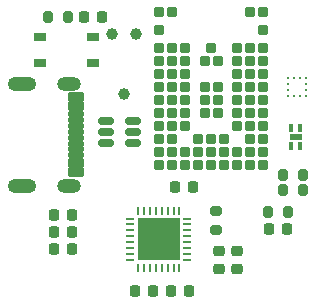
<source format=gts>
G04 #@! TF.GenerationSoftware,KiCad,Pcbnew,8.0.6*
G04 #@! TF.CreationDate,2025-05-06T14:47:19+02:00*
G04 #@! TF.ProjectId,nRF5340,6e524635-3334-4302-9e6b-696361645f70,rev?*
G04 #@! TF.SameCoordinates,Original*
G04 #@! TF.FileFunction,Soldermask,Top*
G04 #@! TF.FilePolarity,Negative*
%FSLAX46Y46*%
G04 Gerber Fmt 4.6, Leading zero omitted, Abs format (unit mm)*
G04 Created by KiCad (PCBNEW 8.0.6) date 2025-05-06 14:47:19*
%MOMM*%
%LPD*%
G01*
G04 APERTURE LIST*
G04 Aperture macros list*
%AMRoundRect*
0 Rectangle with rounded corners*
0 $1 Rounding radius*
0 $2 $3 $4 $5 $6 $7 $8 $9 X,Y pos of 4 corners*
0 Add a 4 corners polygon primitive as box body*
4,1,4,$2,$3,$4,$5,$6,$7,$8,$9,$2,$3,0*
0 Add four circle primitives for the rounded corners*
1,1,$1+$1,$2,$3*
1,1,$1+$1,$4,$5*
1,1,$1+$1,$6,$7*
1,1,$1+$1,$8,$9*
0 Add four rect primitives between the rounded corners*
20,1,$1+$1,$2,$3,$4,$5,0*
20,1,$1+$1,$4,$5,$6,$7,0*
20,1,$1+$1,$6,$7,$8,$9,0*
20,1,$1+$1,$8,$9,$2,$3,0*%
G04 Aperture macros list end*
%ADD10RoundRect,0.225000X0.225000X0.250000X-0.225000X0.250000X-0.225000X-0.250000X0.225000X-0.250000X0*%
%ADD11RoundRect,0.200000X-0.200000X-0.275000X0.200000X-0.275000X0.200000X0.275000X-0.200000X0.275000X0*%
%ADD12RoundRect,0.225000X-0.250000X0.225000X-0.250000X-0.225000X0.250000X-0.225000X0.250000X0.225000X0*%
%ADD13RoundRect,0.225000X-0.225000X-0.250000X0.225000X-0.250000X0.225000X0.250000X-0.225000X0.250000X0*%
%ADD14R,0.254000X0.762000*%
%ADD15R,0.762000X0.254000*%
%ADD16R,3.606800X3.606800*%
%ADD17RoundRect,0.218750X0.218750X0.256250X-0.218750X0.256250X-0.218750X-0.256250X0.218750X-0.256250X0*%
%ADD18R,0.990600X0.711200*%
%ADD19RoundRect,0.102000X0.300000X-0.300000X0.300000X0.300000X-0.300000X0.300000X-0.300000X-0.300000X0*%
%ADD20RoundRect,0.200000X0.200000X0.275000X-0.200000X0.275000X-0.200000X-0.275000X0.200000X-0.275000X0*%
%ADD21RoundRect,0.200000X0.275000X-0.200000X0.275000X0.200000X-0.275000X0.200000X-0.275000X-0.200000X0*%
%ADD22RoundRect,0.218750X-0.218750X-0.256250X0.218750X-0.256250X0.218750X0.256250X-0.218750X0.256250X0*%
%ADD23RoundRect,0.102000X-0.575000X0.300000X-0.575000X-0.300000X0.575000X-0.300000X0.575000X0.300000X0*%
%ADD24RoundRect,0.102000X-0.575000X0.150000X-0.575000X-0.150000X0.575000X-0.150000X0.575000X0.150000X0*%
%ADD25O,2.004000X1.204000*%
%ADD26O,2.404000X1.204000*%
%ADD27R,0.304800X0.711200*%
%ADD28R,1.092200X0.508000*%
%ADD29R,0.254000X0.279400*%
%ADD30R,0.279400X0.254000*%
%ADD31RoundRect,0.150000X-0.512500X-0.150000X0.512500X-0.150000X0.512500X0.150000X-0.512500X0.150000X0*%
%ADD32C,0.990600*%
G04 APERTURE END LIST*
D10*
X172800001Y-69900000D03*
X171249999Y-69900000D03*
D11*
X170775000Y-51750000D03*
X172425000Y-51750000D03*
D12*
X186730000Y-71534999D03*
X186730000Y-73085001D03*
D13*
X173774999Y-51750000D03*
X175325001Y-51750000D03*
D14*
X178390000Y-72971400D03*
X178890000Y-72971404D03*
X179389998Y-72971399D03*
X179889999Y-72971401D03*
X180390002Y-72971399D03*
X180890000Y-72971400D03*
X181389998Y-72971400D03*
X181889998Y-72971400D03*
D15*
X182565699Y-72295699D03*
X182565703Y-71795699D03*
X182565698Y-71295701D03*
X182565700Y-70795700D03*
X182565698Y-70295697D03*
X182565699Y-69795699D03*
X182565699Y-69295701D03*
X182565699Y-68795701D03*
D14*
X181889998Y-68120000D03*
X181389998Y-68119996D03*
X180890000Y-68120001D03*
X180389999Y-68119999D03*
X179889996Y-68120001D03*
X179389998Y-68120000D03*
X178890000Y-68120000D03*
X178390000Y-68120000D03*
D15*
X177714299Y-68795701D03*
X177714295Y-69295701D03*
X177714300Y-69795699D03*
X177714298Y-70295700D03*
X177714300Y-70795703D03*
X177714299Y-71295701D03*
X177714299Y-71795699D03*
X177714299Y-72295699D03*
D16*
X180139999Y-70545700D03*
D17*
X182717502Y-74939999D03*
X181142498Y-74940001D03*
D18*
X174550001Y-55599999D03*
X170049998Y-55599999D03*
X174550002Y-53450001D03*
X170049999Y-53450001D03*
D12*
X185230000Y-71514999D03*
X185230000Y-73065001D03*
D11*
X190700000Y-66400000D03*
X192350000Y-66400000D03*
X190700000Y-65075000D03*
X192350000Y-65075000D03*
D19*
X188975006Y-64224999D03*
X187875005Y-64225000D03*
X186775003Y-64224997D03*
X185675004Y-64225000D03*
X184575005Y-64225003D03*
X183475004Y-64225000D03*
X182375002Y-64225001D03*
X181275004Y-64225001D03*
X180175004Y-64224998D03*
X188975004Y-63125000D03*
X187875004Y-63125004D03*
X186775004Y-63125000D03*
X185675004Y-63125002D03*
X184575004Y-63125000D03*
X183475006Y-63125002D03*
X182375004Y-63125000D03*
X181275003Y-63124999D03*
X180175004Y-63125000D03*
X188975003Y-62025001D03*
X187875004Y-62025001D03*
X185675004Y-62025000D03*
X184575000Y-62025000D03*
X183475004Y-62025000D03*
X181275003Y-62025000D03*
X180175000Y-62025000D03*
X188975004Y-60925000D03*
X187875004Y-60925000D03*
X186775004Y-60925000D03*
X182375004Y-60925000D03*
X181275009Y-60924998D03*
X180175004Y-60925000D03*
X188975006Y-59824998D03*
X187875004Y-59825000D03*
X186775004Y-59825001D03*
X185125004Y-59825000D03*
X184025004Y-59825000D03*
X182375004Y-59825000D03*
X181275004Y-59825000D03*
X180175002Y-59825000D03*
X188975004Y-58725000D03*
X187875004Y-58725004D03*
X186775004Y-58725000D03*
X185125002Y-58725001D03*
X184025006Y-58724999D03*
X182375004Y-58725000D03*
X181275004Y-58724996D03*
X180175004Y-58725000D03*
X188975006Y-57625000D03*
X187875004Y-57625000D03*
X186775004Y-57625000D03*
X185125004Y-57625000D03*
X184025004Y-57625000D03*
X182375004Y-57624999D03*
X181275004Y-57625000D03*
X180175002Y-57625002D03*
X188975004Y-56525000D03*
X187874999Y-56525002D03*
X186775004Y-56525000D03*
X182375004Y-56525000D03*
X181275004Y-56525000D03*
X180175004Y-56525000D03*
X188975008Y-55425000D03*
X187875005Y-55425000D03*
X186775004Y-55425000D03*
X185125004Y-55425000D03*
X184025004Y-55425000D03*
X182375006Y-55425005D03*
X181275004Y-55424999D03*
X180175005Y-55424999D03*
X188975004Y-54325000D03*
X187875005Y-54325001D03*
X186775004Y-54325000D03*
X184575004Y-54325000D03*
X182375004Y-54325000D03*
X181275004Y-54324996D03*
X180175004Y-54325000D03*
X188975004Y-52825000D03*
X180175002Y-52824999D03*
X188975004Y-51325000D03*
X187875004Y-51325000D03*
X181275004Y-51325000D03*
X180175004Y-51325000D03*
D17*
X172822499Y-71405000D03*
X171247495Y-71404998D03*
D10*
X179695001Y-74930000D03*
X178144999Y-74930000D03*
D20*
X191075000Y-68225000D03*
X189425000Y-68225000D03*
D13*
X181524999Y-66100000D03*
X183075001Y-66100000D03*
D21*
X184975000Y-69765002D03*
X184975000Y-68115002D03*
D22*
X189462501Y-69649998D03*
X191037505Y-69650000D03*
D23*
X173112500Y-58490747D03*
X173112500Y-59290750D03*
D24*
X173112499Y-60440751D03*
X173112502Y-61440747D03*
X173112500Y-61940747D03*
X173112502Y-62940751D03*
D23*
X173112500Y-64090750D03*
X173112503Y-64890753D03*
D24*
X173112500Y-63440750D03*
X173112498Y-62440752D03*
X173112499Y-60940750D03*
X173112500Y-59940750D03*
D25*
X172537501Y-57370748D03*
D26*
X168537500Y-57370747D03*
D25*
X172537502Y-66010752D03*
D26*
X168537500Y-66010753D03*
D27*
X192125000Y-61149999D03*
X191324900Y-61149997D03*
X191324902Y-62648601D03*
X192125002Y-62648603D03*
D28*
X191724951Y-61899300D03*
D10*
X172799999Y-68524999D03*
X171249997Y-68524999D03*
D29*
X191086899Y-58412000D03*
X191586901Y-58412000D03*
X192086900Y-58412001D03*
X192586900Y-58412000D03*
D30*
X192598900Y-57899999D03*
X192598901Y-57400000D03*
D29*
X192586901Y-56888000D03*
X192086899Y-56888000D03*
X191586900Y-56887999D03*
X191086900Y-56888000D03*
D30*
X191074900Y-57400001D03*
X191074899Y-57900000D03*
D31*
X175702500Y-60500000D03*
X175702500Y-61450000D03*
X175702500Y-62400000D03*
X177977500Y-62400000D03*
X177977500Y-61450000D03*
X177977500Y-60500000D03*
D32*
X177165001Y-58270004D03*
X176149000Y-53190001D03*
X178181002Y-53190001D03*
M02*

</source>
